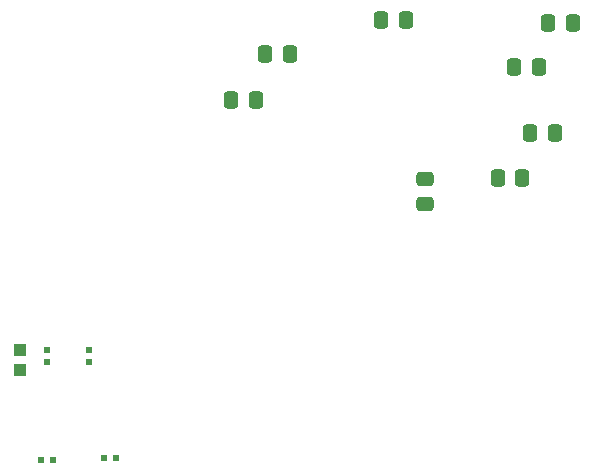
<source format=gbp>
G04 #@! TF.GenerationSoftware,KiCad,Pcbnew,7.0.3*
G04 #@! TF.CreationDate,2023-06-15T19:20:55+02:00*
G04 #@! TF.ProjectId,osc_v2,6f73635f-7632-42e6-9b69-6361645f7063,rev?*
G04 #@! TF.SameCoordinates,Original*
G04 #@! TF.FileFunction,Paste,Bot*
G04 #@! TF.FilePolarity,Positive*
%FSLAX46Y46*%
G04 Gerber Fmt 4.6, Leading zero omitted, Abs format (unit mm)*
G04 Created by KiCad (PCBNEW 7.0.3) date 2023-06-15 19:20:55*
%MOMM*%
%LPD*%
G01*
G04 APERTURE LIST*
G04 Aperture macros list*
%AMRoundRect*
0 Rectangle with rounded corners*
0 $1 Rounding radius*
0 $2 $3 $4 $5 $6 $7 $8 $9 X,Y pos of 4 corners*
0 Add a 4 corners polygon primitive as box body*
4,1,4,$2,$3,$4,$5,$6,$7,$8,$9,$2,$3,0*
0 Add four circle primitives for the rounded corners*
1,1,$1+$1,$2,$3*
1,1,$1+$1,$4,$5*
1,1,$1+$1,$6,$7*
1,1,$1+$1,$8,$9*
0 Add four rect primitives between the rounded corners*
20,1,$1+$1,$2,$3,$4,$5,0*
20,1,$1+$1,$4,$5,$6,$7,0*
20,1,$1+$1,$6,$7,$8,$9,0*
20,1,$1+$1,$8,$9,$2,$3,0*%
G04 Aperture macros list end*
%ADD10R,0.600000X0.600000*%
%ADD11RoundRect,0.250000X0.337500X0.475000X-0.337500X0.475000X-0.337500X-0.475000X0.337500X-0.475000X0*%
%ADD12RoundRect,0.250000X-0.337500X-0.475000X0.337500X-0.475000X0.337500X0.475000X-0.337500X0.475000X0*%
%ADD13R,1.000000X1.075000*%
%ADD14RoundRect,0.250000X-0.475000X0.337500X-0.475000X-0.337500X0.475000X-0.337500X0.475000X0.337500X0*%
G04 APERTURE END LIST*
D10*
X92309838Y-143266838D03*
X92309838Y-144282838D03*
D11*
X119162500Y-115310000D03*
X117087500Y-115310000D03*
D10*
X94663000Y-152400000D03*
X93647000Y-152400000D03*
D12*
X131247500Y-115570000D03*
X133322500Y-115570000D03*
X107250000Y-118250000D03*
X109325000Y-118250000D03*
D10*
X89263000Y-152600000D03*
X88247000Y-152600000D03*
X88755000Y-144290838D03*
X88755000Y-143274838D03*
D13*
X86509838Y-144974838D03*
X86509838Y-143274838D03*
D12*
X128347500Y-119320000D03*
X130422500Y-119320000D03*
D14*
X120835000Y-128812500D03*
X120835000Y-130887500D03*
D12*
X104400000Y-122100000D03*
X106475000Y-122100000D03*
X126942500Y-128675000D03*
X129017500Y-128675000D03*
X129692500Y-124875000D03*
X131767500Y-124875000D03*
M02*

</source>
